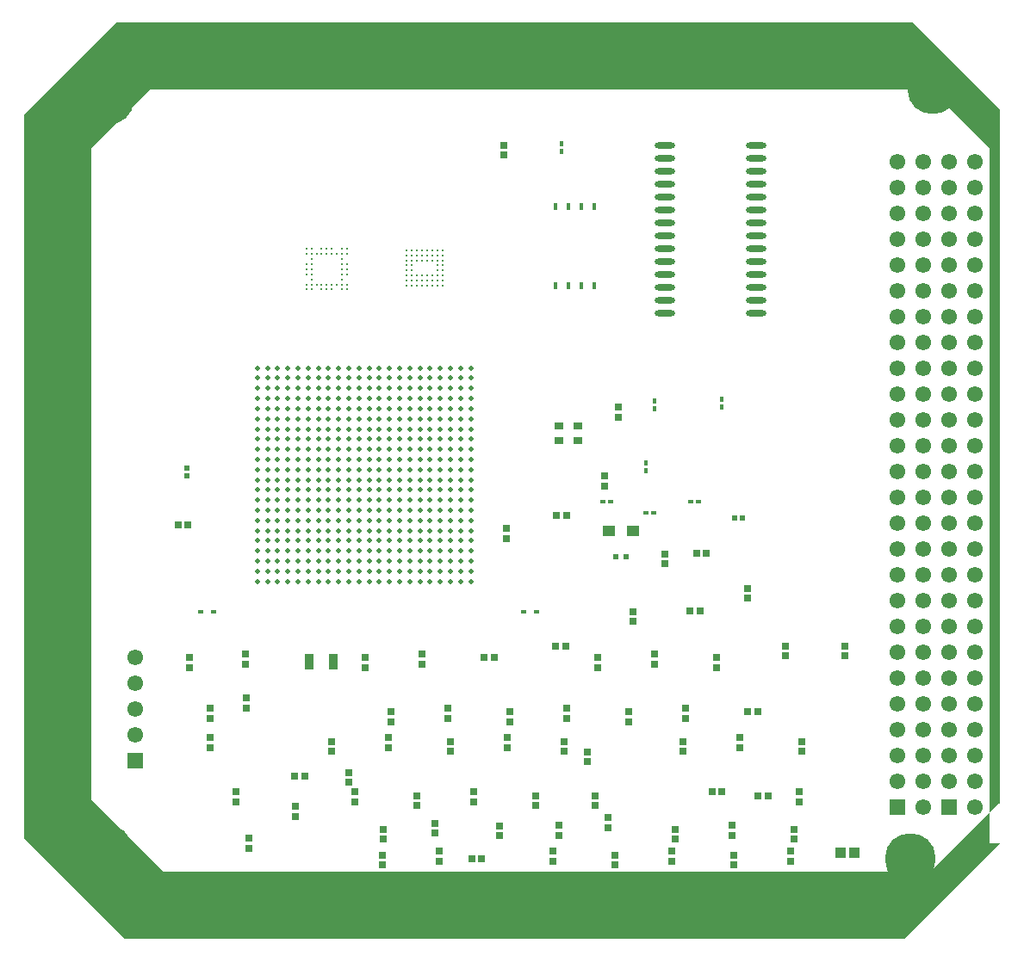
<source format=gtl>
G04*
G04 #@! TF.GenerationSoftware,Altium Limited,Altium Designer,21.0.8 (223)*
G04*
G04 Layer_Physical_Order=1*
G04 Layer_Color=255*
%FSLAX25Y25*%
%MOIN*%
G70*
G04*
G04 #@! TF.SameCoordinates,1E681D1C-CCFD-48AA-A558-CB9795AED949*
G04*
G04*
G04 #@! TF.FilePolarity,Positive*
G04*
G01*
G75*
%ADD18R,0.03937X0.04134*%
%ADD19R,0.02029X0.01860*%
%ADD20R,0.01860X0.02029*%
%ADD21R,0.01890X0.01575*%
%ADD22R,0.03543X0.03150*%
%ADD23R,0.01772X0.01968*%
%ADD24R,0.02835X0.02992*%
%ADD25R,0.01968X0.01772*%
%ADD26R,0.04528X0.03937*%
%ADD27R,0.02992X0.02835*%
%ADD28R,0.01968X0.01968*%
%ADD29C,0.00984*%
%ADD30C,0.01968*%
G04:AMPARAMS|DCode=31|XSize=29.96mil|YSize=15.45mil|CornerRadius=7.73mil|HoleSize=0mil|Usage=FLASHONLY|Rotation=90.000|XOffset=0mil|YOffset=0mil|HoleType=Round|Shape=RoundedRectangle|*
%AMROUNDEDRECTD31*
21,1,0.02996,0.00000,0,0,90.0*
21,1,0.01451,0.01545,0,0,90.0*
1,1,0.01545,0.00000,0.00726*
1,1,0.01545,0.00000,-0.00726*
1,1,0.01545,0.00000,-0.00726*
1,1,0.01545,0.00000,0.00726*
%
%ADD31ROUNDEDRECTD31*%
%ADD32R,0.01545X0.02996*%
%ADD33R,0.02835X0.02835*%
%ADD34R,0.03740X0.06102*%
%ADD35R,0.02835X0.02835*%
%ADD36R,0.02559X0.02756*%
%ADD37O,0.07874X0.02362*%
%ADD55C,0.19685*%
%ADD56R,0.06102X0.06102*%
%ADD57C,0.06102*%
G36*
X154000Y126000D02*
X126000Y154000D01*
X126000Y406500D01*
X148500Y429000D01*
X451000Y429000D01*
X473500Y406500D01*
X473500Y137000D01*
X477500Y137000D01*
X477500Y421500D01*
X444000Y455000D01*
X135500Y455000D01*
X100000Y419500D01*
X100000Y139000D01*
X139000Y100000D01*
X440500Y100000D01*
X477500Y137000D01*
X477500Y153000D01*
X450500Y126000D01*
X154000Y126000D01*
D02*
G37*
D18*
X415744Y133500D02*
D03*
X421256D02*
D03*
D19*
X378000Y263000D02*
D03*
X375019D02*
D03*
D20*
X163000Y282490D02*
D03*
Y279510D02*
D03*
D21*
X173260Y226661D02*
D03*
X168063D02*
D03*
X298260D02*
D03*
X293063D02*
D03*
D22*
X306858Y298854D02*
D03*
X314142D02*
D03*
Y293146D02*
D03*
X306858D02*
D03*
D23*
X344000Y305500D02*
D03*
Y308453D02*
D03*
X370000Y306024D02*
D03*
Y308976D02*
D03*
X340500Y281547D02*
D03*
Y284500D02*
D03*
X308000Y405024D02*
D03*
Y407976D02*
D03*
D24*
X324500Y279390D02*
D03*
Y275610D02*
D03*
X330000Y306000D02*
D03*
Y302221D02*
D03*
X348000Y249279D02*
D03*
Y245500D02*
D03*
X260500Y134000D02*
D03*
Y130220D02*
D03*
X264000Y189390D02*
D03*
Y185610D02*
D03*
X185500Y210390D02*
D03*
Y206610D02*
D03*
X259000Y144890D02*
D03*
Y141110D02*
D03*
X287000Y178000D02*
D03*
Y174221D02*
D03*
X310000Y189390D02*
D03*
Y185610D02*
D03*
X187000Y139000D02*
D03*
Y135221D02*
D03*
X377000Y178000D02*
D03*
Y174221D02*
D03*
X374000Y144000D02*
D03*
Y140220D02*
D03*
X286500Y259000D02*
D03*
Y255221D02*
D03*
X228000Y157000D02*
D03*
Y153220D02*
D03*
X344000Y210390D02*
D03*
Y206610D02*
D03*
X335500Y226780D02*
D03*
Y223000D02*
D03*
X241000Y178000D02*
D03*
Y174221D02*
D03*
X225500Y164500D02*
D03*
Y160721D02*
D03*
X318000Y172500D02*
D03*
Y168720D02*
D03*
X380000Y235890D02*
D03*
Y232110D02*
D03*
X400000Y157000D02*
D03*
Y153220D02*
D03*
X172000Y178000D02*
D03*
Y174221D02*
D03*
X254000Y210390D02*
D03*
Y206610D02*
D03*
X304500Y134000D02*
D03*
Y130220D02*
D03*
X274000Y157000D02*
D03*
Y153220D02*
D03*
X182000Y157000D02*
D03*
Y153220D02*
D03*
X356000Y189390D02*
D03*
Y185610D02*
D03*
X396500Y134000D02*
D03*
Y130220D02*
D03*
X307000Y144000D02*
D03*
Y140220D02*
D03*
X172000Y189390D02*
D03*
Y185610D02*
D03*
X350500Y134000D02*
D03*
Y130220D02*
D03*
D25*
X324024Y269500D02*
D03*
X326976D02*
D03*
X358024D02*
D03*
X360976D02*
D03*
X340524Y265000D02*
D03*
X343476D02*
D03*
D26*
X326248Y258000D02*
D03*
X335500D02*
D03*
D27*
X309780Y264000D02*
D03*
X306000D02*
D03*
X363843Y249500D02*
D03*
X360063D02*
D03*
X369890Y157110D02*
D03*
X366110D02*
D03*
X159610Y260500D02*
D03*
X163390D02*
D03*
D28*
X332968Y248000D02*
D03*
X329031D02*
D03*
D29*
X209126Y367374D02*
D03*
X211094D02*
D03*
X215032D02*
D03*
X217000D02*
D03*
X218969D02*
D03*
X222905D02*
D03*
X224874D02*
D03*
X209126Y365406D02*
D03*
X211094D02*
D03*
X213063D02*
D03*
X215032D02*
D03*
X217000D02*
D03*
X218969D02*
D03*
X220937D02*
D03*
X222905D02*
D03*
X224874D02*
D03*
X211094Y363437D02*
D03*
X222905D02*
D03*
X209126Y361469D02*
D03*
X211094D02*
D03*
X222905D02*
D03*
X224874D02*
D03*
X209126Y359500D02*
D03*
X211094D02*
D03*
X222905D02*
D03*
X224874D02*
D03*
X209126Y357531D02*
D03*
X211094D02*
D03*
X222905D02*
D03*
X224874D02*
D03*
X211094Y355563D02*
D03*
X222905D02*
D03*
X209126Y353594D02*
D03*
X211094D02*
D03*
X213063D02*
D03*
X215032D02*
D03*
X217000D02*
D03*
X218969D02*
D03*
X220937D02*
D03*
X222905D02*
D03*
X224874D02*
D03*
X209126Y351626D02*
D03*
X211094D02*
D03*
X215032D02*
D03*
X217000D02*
D03*
X218969D02*
D03*
X222905D02*
D03*
X224874D02*
D03*
X261811Y353095D02*
D03*
X259842D02*
D03*
X257874D02*
D03*
X255906D02*
D03*
X253937D02*
D03*
X251969D02*
D03*
X250000D02*
D03*
X248031D02*
D03*
X261811Y355063D02*
D03*
X259842D02*
D03*
X257874D02*
D03*
X255906D02*
D03*
X253937D02*
D03*
X251969D02*
D03*
X250000D02*
D03*
X248031D02*
D03*
X261811Y357031D02*
D03*
X259842D02*
D03*
X257874D02*
D03*
X255906D02*
D03*
X253937D02*
D03*
X251969D02*
D03*
X250000D02*
D03*
X248031D02*
D03*
X261811Y359000D02*
D03*
X259842D02*
D03*
X250000D02*
D03*
X248031D02*
D03*
X261811Y360968D02*
D03*
X259842D02*
D03*
X250000D02*
D03*
X248031D02*
D03*
X261811Y362937D02*
D03*
X259842D02*
D03*
X257874D02*
D03*
X255906D02*
D03*
X253937D02*
D03*
X251969D02*
D03*
X250000D02*
D03*
X248031D02*
D03*
X261811Y364906D02*
D03*
X259842D02*
D03*
X257874D02*
D03*
X255906D02*
D03*
X253937D02*
D03*
X251969D02*
D03*
X250000D02*
D03*
X248031D02*
D03*
X261811Y366874D02*
D03*
X259842D02*
D03*
X257874D02*
D03*
X255906D02*
D03*
X253937D02*
D03*
X251969D02*
D03*
X250000D02*
D03*
X248031D02*
D03*
D30*
X272807Y321244D02*
D03*
Y317307D02*
D03*
Y313370D02*
D03*
Y309433D02*
D03*
Y305496D02*
D03*
Y301559D02*
D03*
Y297622D02*
D03*
Y293685D02*
D03*
Y289748D02*
D03*
Y285811D02*
D03*
Y281874D02*
D03*
Y277937D02*
D03*
Y274000D02*
D03*
Y270063D02*
D03*
Y266126D02*
D03*
Y262189D02*
D03*
Y258252D02*
D03*
Y254315D02*
D03*
Y250378D02*
D03*
Y246441D02*
D03*
Y242504D02*
D03*
Y238567D02*
D03*
X268870Y321244D02*
D03*
Y317307D02*
D03*
Y313370D02*
D03*
Y309433D02*
D03*
Y305496D02*
D03*
Y301559D02*
D03*
Y297622D02*
D03*
Y293685D02*
D03*
Y289748D02*
D03*
Y285811D02*
D03*
Y281874D02*
D03*
Y277937D02*
D03*
Y274000D02*
D03*
Y270063D02*
D03*
Y266126D02*
D03*
Y262189D02*
D03*
Y258252D02*
D03*
Y254315D02*
D03*
Y250378D02*
D03*
Y246441D02*
D03*
Y242504D02*
D03*
Y238567D02*
D03*
X264933Y321244D02*
D03*
Y317307D02*
D03*
Y313370D02*
D03*
Y309433D02*
D03*
Y305496D02*
D03*
Y301559D02*
D03*
Y297622D02*
D03*
Y293685D02*
D03*
Y289748D02*
D03*
Y285811D02*
D03*
Y281874D02*
D03*
Y277937D02*
D03*
Y274000D02*
D03*
Y270063D02*
D03*
Y266126D02*
D03*
Y262189D02*
D03*
Y258252D02*
D03*
Y254315D02*
D03*
Y250378D02*
D03*
Y246441D02*
D03*
Y242504D02*
D03*
Y238567D02*
D03*
X260996Y321244D02*
D03*
Y317307D02*
D03*
Y313370D02*
D03*
Y309433D02*
D03*
Y305496D02*
D03*
Y301559D02*
D03*
Y297622D02*
D03*
Y293685D02*
D03*
Y289748D02*
D03*
Y285811D02*
D03*
Y281874D02*
D03*
Y277937D02*
D03*
Y274000D02*
D03*
Y270063D02*
D03*
Y266126D02*
D03*
Y262189D02*
D03*
Y258252D02*
D03*
Y254315D02*
D03*
Y250378D02*
D03*
Y246441D02*
D03*
Y242504D02*
D03*
Y238567D02*
D03*
X257059Y321244D02*
D03*
Y317307D02*
D03*
Y313370D02*
D03*
Y309433D02*
D03*
Y305496D02*
D03*
Y301559D02*
D03*
Y297622D02*
D03*
Y293685D02*
D03*
Y289748D02*
D03*
Y285811D02*
D03*
Y281874D02*
D03*
Y277937D02*
D03*
Y274000D02*
D03*
Y270063D02*
D03*
Y266126D02*
D03*
Y262189D02*
D03*
Y258252D02*
D03*
Y254315D02*
D03*
Y250378D02*
D03*
Y246441D02*
D03*
Y242504D02*
D03*
Y238567D02*
D03*
X253122Y321244D02*
D03*
Y317307D02*
D03*
Y313370D02*
D03*
Y309433D02*
D03*
Y305496D02*
D03*
Y301559D02*
D03*
Y297622D02*
D03*
Y293685D02*
D03*
Y289748D02*
D03*
Y285811D02*
D03*
Y281874D02*
D03*
Y277937D02*
D03*
Y274000D02*
D03*
Y270063D02*
D03*
Y266126D02*
D03*
Y262189D02*
D03*
Y258252D02*
D03*
Y254315D02*
D03*
Y250378D02*
D03*
Y246441D02*
D03*
Y242504D02*
D03*
Y238567D02*
D03*
X249185Y321244D02*
D03*
Y317307D02*
D03*
Y313370D02*
D03*
Y309433D02*
D03*
Y305496D02*
D03*
Y301559D02*
D03*
Y297622D02*
D03*
Y293685D02*
D03*
Y289748D02*
D03*
Y285811D02*
D03*
Y281874D02*
D03*
Y277937D02*
D03*
Y274000D02*
D03*
Y270063D02*
D03*
Y266126D02*
D03*
Y262189D02*
D03*
Y258252D02*
D03*
Y254315D02*
D03*
Y250378D02*
D03*
Y246441D02*
D03*
Y242504D02*
D03*
Y238567D02*
D03*
X245248Y321244D02*
D03*
Y317307D02*
D03*
Y313370D02*
D03*
Y309433D02*
D03*
Y305496D02*
D03*
Y301559D02*
D03*
Y297622D02*
D03*
Y293685D02*
D03*
Y289748D02*
D03*
Y285811D02*
D03*
Y281874D02*
D03*
Y277937D02*
D03*
Y274000D02*
D03*
Y270063D02*
D03*
Y266126D02*
D03*
Y262189D02*
D03*
Y258252D02*
D03*
Y254315D02*
D03*
Y250378D02*
D03*
Y246441D02*
D03*
Y242504D02*
D03*
Y238567D02*
D03*
X241311Y321244D02*
D03*
Y317307D02*
D03*
Y313370D02*
D03*
Y309433D02*
D03*
Y305496D02*
D03*
Y301559D02*
D03*
Y297622D02*
D03*
Y293685D02*
D03*
Y289748D02*
D03*
Y285811D02*
D03*
Y281874D02*
D03*
Y277937D02*
D03*
Y274000D02*
D03*
Y270063D02*
D03*
Y266126D02*
D03*
Y262189D02*
D03*
Y258252D02*
D03*
Y254315D02*
D03*
Y250378D02*
D03*
Y246441D02*
D03*
Y242504D02*
D03*
Y238567D02*
D03*
X237374Y321244D02*
D03*
Y317307D02*
D03*
Y313370D02*
D03*
Y309433D02*
D03*
Y305496D02*
D03*
Y301559D02*
D03*
Y297622D02*
D03*
Y293685D02*
D03*
Y289748D02*
D03*
Y285811D02*
D03*
Y281874D02*
D03*
Y277937D02*
D03*
Y274000D02*
D03*
Y270063D02*
D03*
Y266126D02*
D03*
Y262189D02*
D03*
Y258252D02*
D03*
Y254315D02*
D03*
Y250378D02*
D03*
Y246441D02*
D03*
Y242504D02*
D03*
Y238567D02*
D03*
X233437Y321244D02*
D03*
Y317307D02*
D03*
Y313370D02*
D03*
Y309433D02*
D03*
Y305496D02*
D03*
Y301559D02*
D03*
Y297622D02*
D03*
Y293685D02*
D03*
Y289748D02*
D03*
Y285811D02*
D03*
Y281874D02*
D03*
Y277937D02*
D03*
Y274000D02*
D03*
Y270063D02*
D03*
Y266126D02*
D03*
Y262189D02*
D03*
Y258252D02*
D03*
Y254315D02*
D03*
Y250378D02*
D03*
Y246441D02*
D03*
Y242504D02*
D03*
Y238567D02*
D03*
X229500Y321244D02*
D03*
Y317307D02*
D03*
Y313370D02*
D03*
Y309433D02*
D03*
Y305496D02*
D03*
Y301559D02*
D03*
Y297622D02*
D03*
Y293685D02*
D03*
Y289748D02*
D03*
Y285811D02*
D03*
Y281874D02*
D03*
Y277937D02*
D03*
Y274000D02*
D03*
Y270063D02*
D03*
Y266126D02*
D03*
Y262189D02*
D03*
Y258252D02*
D03*
Y254315D02*
D03*
Y250378D02*
D03*
Y246441D02*
D03*
Y242504D02*
D03*
Y238567D02*
D03*
X225563Y321244D02*
D03*
Y317307D02*
D03*
Y313370D02*
D03*
Y309433D02*
D03*
Y305496D02*
D03*
Y301559D02*
D03*
Y297622D02*
D03*
Y293685D02*
D03*
Y289748D02*
D03*
Y285811D02*
D03*
Y281874D02*
D03*
Y277937D02*
D03*
Y274000D02*
D03*
Y270063D02*
D03*
Y266126D02*
D03*
Y262189D02*
D03*
Y258252D02*
D03*
Y254315D02*
D03*
Y250378D02*
D03*
Y246441D02*
D03*
Y242504D02*
D03*
Y238567D02*
D03*
X221626Y321244D02*
D03*
Y317307D02*
D03*
Y313370D02*
D03*
Y309433D02*
D03*
Y305496D02*
D03*
Y301559D02*
D03*
Y297622D02*
D03*
Y293685D02*
D03*
Y289748D02*
D03*
Y285811D02*
D03*
Y281874D02*
D03*
Y277937D02*
D03*
Y274000D02*
D03*
Y270063D02*
D03*
Y266126D02*
D03*
Y262189D02*
D03*
Y258252D02*
D03*
Y254315D02*
D03*
Y250378D02*
D03*
Y246441D02*
D03*
Y242504D02*
D03*
Y238567D02*
D03*
X217689Y321244D02*
D03*
Y317307D02*
D03*
Y313370D02*
D03*
Y309433D02*
D03*
Y305496D02*
D03*
Y301559D02*
D03*
Y297622D02*
D03*
Y293685D02*
D03*
Y289748D02*
D03*
Y285811D02*
D03*
Y281874D02*
D03*
Y277937D02*
D03*
Y274000D02*
D03*
Y270063D02*
D03*
Y266126D02*
D03*
Y262189D02*
D03*
Y258252D02*
D03*
Y254315D02*
D03*
Y250378D02*
D03*
Y246441D02*
D03*
Y242504D02*
D03*
Y238567D02*
D03*
X213752Y321244D02*
D03*
Y317307D02*
D03*
Y313370D02*
D03*
Y309433D02*
D03*
Y305496D02*
D03*
Y301559D02*
D03*
Y297622D02*
D03*
Y293685D02*
D03*
Y289748D02*
D03*
Y285811D02*
D03*
Y281874D02*
D03*
Y277937D02*
D03*
Y274000D02*
D03*
Y270063D02*
D03*
Y266126D02*
D03*
Y262189D02*
D03*
Y258252D02*
D03*
Y254315D02*
D03*
Y250378D02*
D03*
Y246441D02*
D03*
Y242504D02*
D03*
Y238567D02*
D03*
X209815Y321244D02*
D03*
Y317307D02*
D03*
Y313370D02*
D03*
Y309433D02*
D03*
Y305496D02*
D03*
Y301559D02*
D03*
Y297622D02*
D03*
Y293685D02*
D03*
Y289748D02*
D03*
Y285811D02*
D03*
Y281874D02*
D03*
Y277937D02*
D03*
Y274000D02*
D03*
Y270063D02*
D03*
Y266126D02*
D03*
Y262189D02*
D03*
Y258252D02*
D03*
Y254315D02*
D03*
Y250378D02*
D03*
Y246441D02*
D03*
Y242504D02*
D03*
Y238567D02*
D03*
X205878Y321244D02*
D03*
Y317307D02*
D03*
Y313370D02*
D03*
Y309433D02*
D03*
Y305496D02*
D03*
Y301559D02*
D03*
Y297622D02*
D03*
Y293685D02*
D03*
Y289748D02*
D03*
Y285811D02*
D03*
Y281874D02*
D03*
Y277937D02*
D03*
Y274000D02*
D03*
Y270063D02*
D03*
Y266126D02*
D03*
Y262189D02*
D03*
Y258252D02*
D03*
Y254315D02*
D03*
Y250378D02*
D03*
Y246441D02*
D03*
Y242504D02*
D03*
Y238567D02*
D03*
X201941Y321244D02*
D03*
Y317307D02*
D03*
Y313370D02*
D03*
Y309433D02*
D03*
Y305496D02*
D03*
Y301559D02*
D03*
Y297622D02*
D03*
Y293685D02*
D03*
Y289748D02*
D03*
Y285811D02*
D03*
Y281874D02*
D03*
Y277937D02*
D03*
Y274000D02*
D03*
Y270063D02*
D03*
Y266126D02*
D03*
Y262189D02*
D03*
Y258252D02*
D03*
Y254315D02*
D03*
Y250378D02*
D03*
Y246441D02*
D03*
Y242504D02*
D03*
Y238567D02*
D03*
X198004Y321244D02*
D03*
Y317307D02*
D03*
Y313370D02*
D03*
Y309433D02*
D03*
Y305496D02*
D03*
Y301559D02*
D03*
Y297622D02*
D03*
Y293685D02*
D03*
Y289748D02*
D03*
Y285811D02*
D03*
Y281874D02*
D03*
Y277937D02*
D03*
Y274000D02*
D03*
Y270063D02*
D03*
Y266126D02*
D03*
Y262189D02*
D03*
Y258252D02*
D03*
Y254315D02*
D03*
Y250378D02*
D03*
Y246441D02*
D03*
Y242504D02*
D03*
Y238567D02*
D03*
X194067Y321244D02*
D03*
Y317307D02*
D03*
Y313370D02*
D03*
Y309433D02*
D03*
Y305496D02*
D03*
Y301559D02*
D03*
Y297622D02*
D03*
Y293685D02*
D03*
Y289748D02*
D03*
Y285811D02*
D03*
Y281874D02*
D03*
Y277937D02*
D03*
Y274000D02*
D03*
Y270063D02*
D03*
Y266126D02*
D03*
Y262189D02*
D03*
Y258252D02*
D03*
Y254315D02*
D03*
Y250378D02*
D03*
Y246441D02*
D03*
Y242504D02*
D03*
Y238567D02*
D03*
X190130Y321244D02*
D03*
Y317307D02*
D03*
Y313370D02*
D03*
Y309433D02*
D03*
Y305496D02*
D03*
Y301559D02*
D03*
Y297622D02*
D03*
Y293685D02*
D03*
Y289748D02*
D03*
Y285811D02*
D03*
Y281874D02*
D03*
Y277937D02*
D03*
Y274000D02*
D03*
Y270063D02*
D03*
Y266126D02*
D03*
Y262189D02*
D03*
Y258252D02*
D03*
Y254315D02*
D03*
Y250378D02*
D03*
Y246441D02*
D03*
Y242504D02*
D03*
Y238567D02*
D03*
D31*
X305500Y383758D02*
D03*
X310500D02*
D03*
X315500D02*
D03*
X320500D02*
D03*
Y353242D02*
D03*
X315500D02*
D03*
X310500D02*
D03*
D32*
X305500D02*
D03*
D33*
X309000Y172642D02*
D03*
Y176579D02*
D03*
X219000Y172642D02*
D03*
Y176579D02*
D03*
X322000Y205031D02*
D03*
Y208968D02*
D03*
X401000Y172642D02*
D03*
Y176579D02*
D03*
X252000Y151642D02*
D03*
Y155579D02*
D03*
X265000Y172642D02*
D03*
Y176579D02*
D03*
X238500Y128642D02*
D03*
Y132579D02*
D03*
X368000Y205031D02*
D03*
Y208968D02*
D03*
X242000Y184031D02*
D03*
Y187969D02*
D03*
X232000Y205031D02*
D03*
Y208968D02*
D03*
X417500Y209642D02*
D03*
Y213579D02*
D03*
X355000Y172642D02*
D03*
Y176579D02*
D03*
X394500Y209642D02*
D03*
Y213579D02*
D03*
X164000Y205031D02*
D03*
Y208968D02*
D03*
X326000Y143142D02*
D03*
Y147079D02*
D03*
X288000Y184031D02*
D03*
Y187969D02*
D03*
X321000Y151642D02*
D03*
Y155579D02*
D03*
X374500Y128642D02*
D03*
Y132579D02*
D03*
X334000Y184031D02*
D03*
Y187969D02*
D03*
X205000Y147500D02*
D03*
Y151437D02*
D03*
X284000Y140000D02*
D03*
Y143937D02*
D03*
X328500Y128642D02*
D03*
Y132579D02*
D03*
X298000Y151642D02*
D03*
Y155579D02*
D03*
X398000Y138642D02*
D03*
Y142579D02*
D03*
X186000Y189532D02*
D03*
Y193468D02*
D03*
X352000Y138642D02*
D03*
Y142579D02*
D03*
X239000Y138642D02*
D03*
Y142579D02*
D03*
D34*
X219626Y207500D02*
D03*
X210374D02*
D03*
D35*
X204532Y163110D02*
D03*
X208469D02*
D03*
X357531Y227000D02*
D03*
X361469D02*
D03*
X384032Y155610D02*
D03*
X387968D02*
D03*
X278031Y209000D02*
D03*
X281968D02*
D03*
X305532Y213610D02*
D03*
X309469D02*
D03*
X380031Y188000D02*
D03*
X383968D02*
D03*
X273063Y131000D02*
D03*
X277000D02*
D03*
D36*
X285500Y403630D02*
D03*
Y407370D02*
D03*
D37*
X383217Y342500D02*
D03*
Y347500D02*
D03*
Y352500D02*
D03*
Y357500D02*
D03*
Y362500D02*
D03*
Y367500D02*
D03*
Y372500D02*
D03*
Y377500D02*
D03*
Y382500D02*
D03*
Y387500D02*
D03*
Y392500D02*
D03*
Y397500D02*
D03*
Y402500D02*
D03*
Y407500D02*
D03*
X347783Y342500D02*
D03*
Y347500D02*
D03*
Y352500D02*
D03*
Y357500D02*
D03*
Y362500D02*
D03*
Y367500D02*
D03*
Y372500D02*
D03*
Y377500D02*
D03*
Y382500D02*
D03*
Y387500D02*
D03*
Y392500D02*
D03*
Y397500D02*
D03*
Y402500D02*
D03*
Y407500D02*
D03*
D55*
X132500Y425500D02*
D03*
X451500Y429500D02*
D03*
X443000Y131000D02*
D03*
X132000Y134500D02*
D03*
D56*
X458000Y151000D02*
D03*
X438000D02*
D03*
X143000Y169000D02*
D03*
D57*
X458000Y161000D02*
D03*
Y171000D02*
D03*
Y181000D02*
D03*
Y191000D02*
D03*
Y201000D02*
D03*
Y211000D02*
D03*
Y221000D02*
D03*
Y231000D02*
D03*
Y241000D02*
D03*
Y251000D02*
D03*
Y261000D02*
D03*
Y271000D02*
D03*
Y281000D02*
D03*
Y291000D02*
D03*
Y301000D02*
D03*
Y311000D02*
D03*
Y321000D02*
D03*
Y331000D02*
D03*
Y341000D02*
D03*
Y351000D02*
D03*
Y361000D02*
D03*
Y371000D02*
D03*
Y381000D02*
D03*
Y391000D02*
D03*
Y401000D02*
D03*
X468000Y151000D02*
D03*
Y161000D02*
D03*
Y171000D02*
D03*
Y181000D02*
D03*
Y191000D02*
D03*
Y201000D02*
D03*
Y211000D02*
D03*
Y221000D02*
D03*
Y231000D02*
D03*
Y241000D02*
D03*
Y251000D02*
D03*
Y261000D02*
D03*
Y271000D02*
D03*
Y281000D02*
D03*
Y291000D02*
D03*
Y301000D02*
D03*
Y311000D02*
D03*
Y321000D02*
D03*
Y331000D02*
D03*
Y341000D02*
D03*
Y351000D02*
D03*
Y361000D02*
D03*
Y371000D02*
D03*
Y381000D02*
D03*
Y391000D02*
D03*
Y401000D02*
D03*
X438000Y161000D02*
D03*
Y171000D02*
D03*
Y181000D02*
D03*
Y191000D02*
D03*
Y201000D02*
D03*
Y211000D02*
D03*
Y221000D02*
D03*
Y231000D02*
D03*
Y241000D02*
D03*
Y251000D02*
D03*
Y261000D02*
D03*
Y271000D02*
D03*
Y281000D02*
D03*
Y291000D02*
D03*
Y301000D02*
D03*
Y311000D02*
D03*
Y321000D02*
D03*
Y331000D02*
D03*
Y341000D02*
D03*
Y351000D02*
D03*
Y361000D02*
D03*
Y371000D02*
D03*
Y381000D02*
D03*
Y391000D02*
D03*
Y401000D02*
D03*
X448000Y151000D02*
D03*
Y161000D02*
D03*
Y171000D02*
D03*
Y181000D02*
D03*
Y191000D02*
D03*
Y201000D02*
D03*
Y211000D02*
D03*
Y221000D02*
D03*
Y231000D02*
D03*
Y241000D02*
D03*
Y251000D02*
D03*
Y261000D02*
D03*
Y271000D02*
D03*
Y281000D02*
D03*
Y291000D02*
D03*
Y301000D02*
D03*
Y311000D02*
D03*
Y321000D02*
D03*
Y331000D02*
D03*
Y341000D02*
D03*
Y351000D02*
D03*
Y361000D02*
D03*
Y371000D02*
D03*
Y381000D02*
D03*
Y391000D02*
D03*
Y401000D02*
D03*
X143000Y209000D02*
D03*
Y199000D02*
D03*
Y189000D02*
D03*
Y179000D02*
D03*
M02*

</source>
